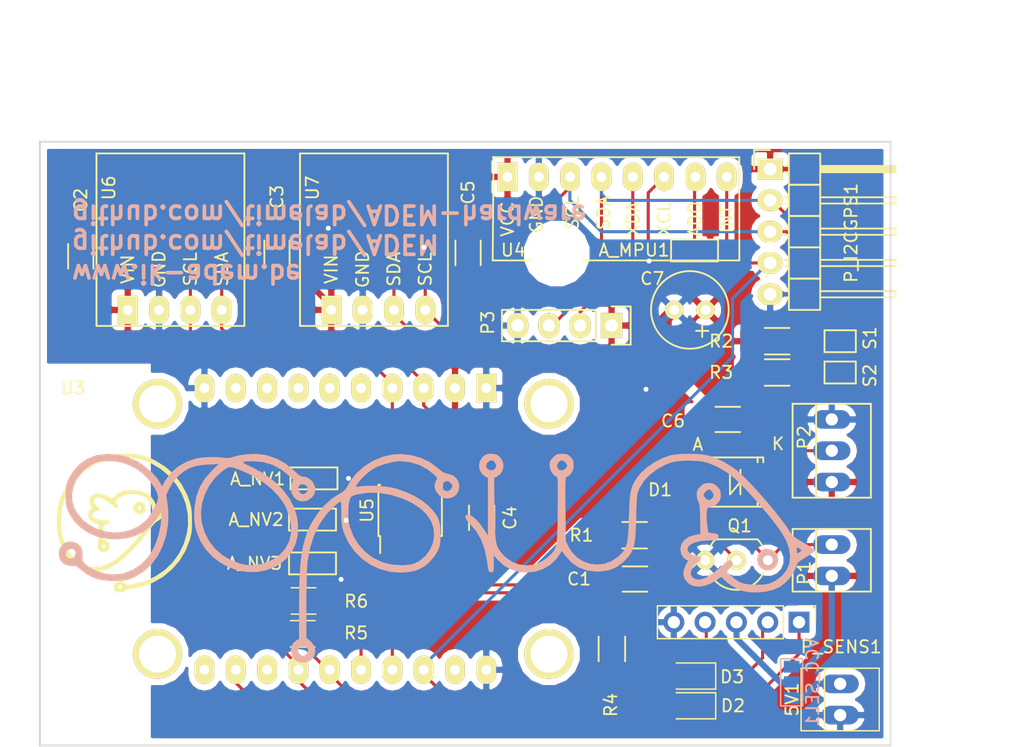
<source format=kicad_pcb>
(kicad_pcb (version 4) (host pcbnew 4.0.3-stable)
  (layers (0 F.Cu signal) (31 B.Cu signal) (34 B.Paste user) (35 F.Paste user) (36 B.SilkS user) (37 F.SilkS user hide) (38 B.Mask user) (39 F.Mask user) (44 Edge.Cuts user))
  (net 0 "")
  (net 1 VCC)
  (net 2 GND)
  (net 3 SCL)
  (net 4 SDA)
  (net 5 NEO_PXL)
  (net 6 "Net-(P3-Pad2)")
  (net 7 "Net-(Q1-Pad2)")
  (net 8 BUZZ)
  (net 9 A_SENSOR)
  (net 10 P10_SENS)
  (net 11 P25_SENS)
  (net 12 INT)
  (net 13 "Net-(P3-Pad3)")
  (net 14 "Net-(D1-Pad2)")
  (net 15 "Net-(U3-Pad5)")
  (net 16 "Net-(U3-Pad6)")
  (net 17 "Net-(U3-Pad7)")
  (net 18 "Net-(U3-Pad8)")
  (net 19 "Net-(U3-Pad9)")
  (net 20 "Net-(U3-Pad13)")
  (net 21 "Net-(U5-Pad7)")
  (net 22 "Net-(A_MPU1-Pad2)")
  (net 23 "Net-(A_NV1-Pad2)")
  (net 24 "Net-(A_NV2-Pad2)")
  (net 25 "Net-(A_NV3-Pad2)")
  (net 26 "Net-(R2-Pad2)")
  (net 27 "Net-(U3-Pad19)")
  (net 28 "Net-(U3-Pad11)")
  (net 29 "Net-(5V1-Pad2)")
  (net 30 "Net-(R3-Pad1)")
  (net 31 P25_SENS_SHFT)
  (net 32 P10_SENS_SHFT)
  (net 33 "Net-(P_SENS1-Pad3)")
  (module ADEM:ESP8266_THING (layer F.Cu) (at 196.723 125.73 180)
    (fp_text reference U3 (at 50.038 -1.27 180) (layer F.SilkS))
    (fp_text value ESP8266_THING)
    (pad "" np_thru_hole circle (at 43.18 -2.54 180) (size 4 4) (drill 3) (layers *.Cu *.Adhes *.Mask F.SilkS))
    (pad "" np_thru_hole circle (at 43.18 -22.86 180) (size 4 4) (drill 3) (layers *.Cu *.Adhes *.Mask F.SilkS))
    (pad "" np_thru_hole circle (at 11.43 -22.86 180) (size 4 4) (drill 3) (layers *.Cu *.Adhes *.Mask F.SilkS))
    (pad 1 thru_hole rect (at 16.51 -1.27 180) (size 1.6 2.3) (drill 0.8) (layers *.Cu *.Mask F.SilkS) (net 2 GND))
    (pad 2 thru_hole oval (at 19.05 -1.27 180) (size 1.6 2.3) (drill 0.8) (layers *.Cu *.Mask F.SilkS) (net 1 VCC))
    (pad 3 thru_hole oval (at 21.59 -1.27 180) (size 1.6 2.3) (drill 0.8) (layers *.Cu *.Mask F.SilkS) (net 4 SDA))
    (pad 4 thru_hole oval (at 24.13 -1.27 180) (size 1.6 2.3) (drill 0.8) (layers *.Cu *.Mask F.SilkS) (net 3 SCL))
    (pad 5 thru_hole oval (at 26.67 -1.27 180) (size 1.6 2.3) (drill 0.8) (layers *.Cu *.Mask F.SilkS) (net 15 "Net-(U3-Pad5)"))
    (pad 6 thru_hole oval (at 29.21 -1.27 180) (size 1.6 2.3) (drill 0.8) (layers *.Cu *.Mask F.SilkS) (net 16 "Net-(U3-Pad6)"))
    (pad 7 thru_hole oval (at 31.75 -1.27 180) (size 1.6 2.3) (drill 0.8) (layers *.Cu *.Mask F.SilkS) (net 17 "Net-(U3-Pad7)"))
    (pad 8 thru_hole oval (at 34.29 -1.27 180) (size 1.6 2.3) (drill 0.8) (layers *.Cu *.Mask F.SilkS) (net 18 "Net-(U3-Pad8)"))
    (pad 9 thru_hole oval (at 36.83 -1.27 180) (size 1.6 2.3) (drill 0.8) (layers *.Cu *.Mask F.SilkS) (net 19 "Net-(U3-Pad9)"))
    (pad 10 thru_hole oval (at 39.37 -1.27 180) (size 1.6 2.3) (drill 0.8) (layers *.Cu *.Mask F.SilkS) (net 2 GND))
    (pad 20 thru_hole oval (at 16.51 -24.13 180) (size 1.6 2.3) (drill 0.8) (layers *.Cu *.Mask F.SilkS) (net 2 GND))
    (pad 19 thru_hole oval (at 19.05 -24.13 180) (size 1.6 2.3) (drill 0.8) (layers *.Cu *.Mask F.SilkS) (net 27 "Net-(U3-Pad19)"))
    (pad 18 thru_hole oval (at 21.59 -24.13 180) (size 1.6 2.3) (drill 0.8) (layers *.Cu *.Mask F.SilkS) (net 12 INT))
    (pad 17 thru_hole oval (at 24.13 -24.13 180) (size 1.6 2.3) (drill 0.8) (layers *.Cu *.Mask F.SilkS) (net 5 NEO_PXL))
    (pad 16 thru_hole oval (at 26.67 -24.13 180) (size 1.6 2.3) (drill 0.8) (layers *.Cu *.Mask F.SilkS) (net 8 BUZZ))
    (pad 15 thru_hole oval (at 29.21 -24.13 180) (size 1.6 2.3) (drill 0.8) (layers *.Cu *.Mask F.SilkS) (net 31 P25_SENS_SHFT))
    (pad 14 thru_hole oval (at 31.75 -24.13 180) (size 1.6 2.3) (drill 0.8) (layers *.Cu *.Mask F.SilkS) (net 32 P10_SENS_SHFT))
    (pad 13 thru_hole oval (at 34.29 -24.13 180) (size 1.6 2.3) (drill 0.8) (layers *.Cu *.Mask F.SilkS) (net 20 "Net-(U3-Pad13)"))
    (pad 12 thru_hole oval (at 36.83 -24.13 180) (size 1.6 2.3) (drill 0.8) (layers *.Cu *.Mask F.SilkS) (net 9 A_SENSOR))
    (pad 11 thru_hole oval (at 39.37 -24.13 180) (size 1.6 2.3) (drill 0.8) (layers *.Cu *.Mask F.SilkS) (net 28 "Net-(U3-Pad11)"))
    (pad "" np_thru_hole circle (at 11.43 -2.54 180) (size 4 4) (drill 3) (layers *.Cu *.Adhes *.Mask F.SilkS))
  )
  (module Mounting_Holes:MountingHole_4.3mm_M4 (layer F.Cu) (at 185.928 116.078)
    (fp_text reference REF** (at 0 0.127) (layer F.SilkS))
    (fp_text value MountingHole_4.3mm_M4)
    (pad 1 np_thru_hole circle (at 0 0) (size 4.3 4.3) (drill 4.3) (layers *.Cu *.Mask F.SilkS))
  )
  (module ADEM:HTU21D (layer F.Cu) (at 165.1 121.92 270)
    (fp_text reference U7 (at -11.176 -1.016 270) (layer F.SilkS))
    (fp_text value HTU21D)
    (fp_text user VIN (at -4.572 -2.54 270) (layer F.SilkS))
    (fp_text user GND (at -4.572 -5.08 270) (layer F.SilkS))
    (fp_text user SDA (at -4.572 -7.62 270) (layer F.SilkS))
    (fp_text user SCL (at -4.572 -10.16 270) (layer F.SilkS))
    (pad 1 thru_hole rect (at -1.27 -2.54 270) (size 2.3 1.6) (drill 0.8) (layers *.Cu *.Mask F.SilkS) (net 1 VCC))
    (pad 2 thru_hole oval (at -1.27 -5.08 270) (size 2.3 1.6) (drill 0.8) (layers *.Cu *.Mask F.SilkS) (net 2 GND))
    (pad 3 thru_hole oval (at -1.27 -7.62 270) (size 2.3 1.6) (drill 0.8) (layers *.Cu *.Mask F.SilkS) (net 4 SDA))
    (pad 4 thru_hole oval (at -1.27 -10.16 270) (size 2.3 1.6) (drill 0.8) (layers *.Cu *.Mask F.SilkS) (net 3 SCL))
  )
  (module Resistors_SMD:R_1206_HandSoldering (layer F.Cu) (at 203.803 125.73 180)
    (fp_text reference R3 (at 4.54 0 180) (layer F.SilkS))
    (fp_text value R)
    (pad 1 smd rect (at -2 0 180) (size 2 1.7) (layers F.Cu F.Paste F.Mask) (net 30 "Net-(R3-Pad1)"))
    (pad 2 smd rect (at 2 0 180) (size 2 1.7) (layers F.Cu F.Paste F.Mask) (net 1 VCC))
  )
  (module Capacitors_SMD:C_1206_HandSoldering (layer F.Cu) (at 192.278 142.494)
    (fp_text reference C1 (at -4.54 0) (layer F.SilkS))
    (fp_text value C)
    (pad 1 smd rect (at -2 0) (size 2 1.6) (layers F.Cu F.Paste F.Mask) (net 1 VCC))
    (pad 2 smd rect (at 2 0) (size 2 1.6) (layers F.Cu F.Paste F.Mask) (net 2 GND))
  )
  (module Capacitors_SMD:C_1206_HandSoldering (layer F.Cu) (at 147.32 116.3 90)
    (fp_text reference C2 (at 4.572 0 90) (layer F.SilkS))
    (fp_text value C)
    (pad 1 smd rect (at -2 0 90) (size 2 1.6) (layers F.Cu F.Paste F.Mask) (net 1 VCC))
    (pad 2 smd rect (at 2 0 90) (size 2 1.6) (layers F.Cu F.Paste F.Mask) (net 2 GND))
  )
  (module Capacitors_SMD:C_1206_HandSoldering (layer F.Cu) (at 163.233 116.02 90)
    (fp_text reference C3 (at 4.54 0 90) (layer F.SilkS))
    (fp_text value C)
    (pad 1 smd rect (at -2 0 90) (size 2 1.6) (layers F.Cu F.Paste F.Mask) (net 1 VCC))
    (pad 2 smd rect (at 2 0 90) (size 2 1.6) (layers F.Cu F.Paste F.Mask) (net 2 GND))
  )
  (module Capacitors_SMD:C_1206_HandSoldering (layer F.Cu) (at 179.835454 137.524756 270)
    (fp_text reference C4 (at 0 -2.3 270) (layer F.SilkS))
    (fp_text value C)
    (pad 1 smd rect (at -2 0 270) (size 2 1.6) (layers F.Cu F.Paste F.Mask) (net 1 VCC))
    (pad 2 smd rect (at 2 0 270) (size 2 1.6) (layers F.Cu F.Paste F.Mask) (net 2 GND))
  )
  (module Capacitors_SMD:C_1206_HandSoldering (layer F.Cu) (at 178.733 116.02 270)
    (fp_text reference C5 (at -4.895 0 270) (layer F.SilkS))
    (fp_text value C)
    (pad 1 smd rect (at -2 0 270) (size 2 1.6) (layers F.Cu F.Paste F.Mask) (net 1 VCC))
    (pad 2 smd rect (at 2 0 270) (size 2 1.6) (layers F.Cu F.Paste F.Mask) (net 2 GND))
  )
  (module Capacitors_SMD:C_1206_HandSoldering (layer F.Cu) (at 199.803 129.54 180)
    (fp_text reference C6 (at 4.445 -0.127 180) (layer F.SilkS))
    (fp_text value C)
    (pad 1 smd rect (at -2 0 180) (size 2 1.6) (layers F.Cu F.Paste F.Mask) (net 1 VCC))
    (pad 2 smd rect (at 2 0 180) (size 2 1.6) (layers F.Cu F.Paste F.Mask) (net 2 GND))
  )
  (module Diodes_SMD:SMB_Handsoldering (layer F.Cu) (at 200.37298 134.62 180)
    (fp_text reference D1 (at 6.06298 -0.635 180) (layer F.SilkS))
    (fp_text value DIODE)
    (fp_text user K (at -3.5 3.1 180) (layer F.SilkS))
    (fp_text user A (at 3 3.05 180) (layer F.SilkS))
    (pad 1 smd rect (at -2.70002 0 180) (size 3.50012 2.30124) (layers F.Cu F.Paste F.Mask) (net 1 VCC))
    (pad 2 smd rect (at 2.70002 0 180) (size 3.50012 2.30124) (layers F.Cu F.Paste F.Mask) (net 14 "Net-(D1-Pad2)"))
  )
  (module Connect:PINHEAD1-2 (layer F.Cu) (at 208.233 140.97 90)
    (fp_text reference P1 (at -1.03 -2.233 90) (layer F.SilkS))
    (fp_text value CONN_buzz)
    (pad 1 thru_hole oval (at -1.27 0 90) (size 1.50622 3.01498) (drill 0.99822) (layers *.Cu *.Mask) (net 1 VCC))
    (pad 2 thru_hole oval (at 1.27 0 90) (size 1.50622 3.01498) (drill 0.99822) (layers *.Cu *.Mask) (net 14 "Net-(D1-Pad2)"))
  )
  (module TO_SOT_Packages_THT:TO-92_Inline_Wide (layer F.Cu) (at 203.0476 140.97 180)
    (fp_text reference Q1 (at 2.286 2.794 360) (layer F.SilkS))
    (fp_text value NPN)
    (pad 2 thru_hole circle (at 2.54 0 270) (size 1.524 1.524) (drill 0.8) (layers *.Cu *.Mask F.SilkS) (net 7 "Net-(Q1-Pad2)"))
    (pad 3 thru_hole circle (at 5.08 0 270) (size 1.524 1.524) (drill 0.8) (layers *.Cu *.Mask F.SilkS) (net 2 GND))
    (pad 1 thru_hole circle (at 0 0 270) (size 1.524 1.524) (drill 0.8) (layers *.Cu *.Mask F.SilkS) (net 14 "Net-(D1-Pad2)"))
  )
  (module Resistors_SMD:R_1206_HandSoldering (layer F.Cu) (at 192.246 138.938)
    (fp_text reference R1 (at -4.318 0 180) (layer F.SilkS))
    (fp_text value R)
    (pad 1 smd rect (at -2 0) (size 2 1.7) (layers F.Cu F.Paste F.Mask) (net 8 BUZZ))
    (pad 2 smd rect (at 2 0) (size 2 1.7) (layers F.Cu F.Paste F.Mask) (net 7 "Net-(Q1-Pad2)"))
  )
  (module Resistors_SMD:R_1206_HandSoldering (layer F.Cu) (at 203.803 123.19)
    (fp_text reference R2 (at -4.54 0) (layer F.SilkS))
    (fp_text value R)
    (pad 1 smd rect (at -2 0) (size 2 1.7) (layers F.Cu F.Paste F.Mask) (net 1 VCC))
    (pad 2 smd rect (at 2 0) (size 2 1.7) (layers F.Cu F.Paste F.Mask) (net 26 "Net-(R2-Pad2)"))
  )
  (module Housings_SOIC:SOIC-8_3.9x4.9mm_Pitch1.27mm (layer F.Cu) (at 174.035454 136.924756 90)
    (fp_text reference U5 (at 0 -3.5 90) (layer F.SilkS))
    (fp_text value NVSRAM)
    (pad 1 smd rect (at -2.7 -1.905 90) (size 1.55 0.6) (layers F.Cu F.Paste F.Mask) (net 23 "Net-(A_NV1-Pad2)"))
    (pad 2 smd rect (at -2.7 -0.635 90) (size 1.55 0.6) (layers F.Cu F.Paste F.Mask) (net 24 "Net-(A_NV2-Pad2)"))
    (pad 3 smd rect (at -2.7 0.635 90) (size 1.55 0.6) (layers F.Cu F.Paste F.Mask) (net 25 "Net-(A_NV3-Pad2)"))
    (pad 4 smd rect (at -2.7 1.905 90) (size 1.55 0.6) (layers F.Cu F.Paste F.Mask) (net 2 GND))
    (pad 5 smd rect (at 2.7 1.905 90) (size 1.55 0.6) (layers F.Cu F.Paste F.Mask) (net 4 SDA))
    (pad 6 smd rect (at 2.7 0.635 90) (size 1.55 0.6) (layers F.Cu F.Paste F.Mask) (net 3 SCL))
    (pad 7 smd rect (at 2.7 -0.635 90) (size 1.55 0.6) (layers F.Cu F.Paste F.Mask) (net 21 "Net-(U5-Pad7)"))
    (pad 8 smd rect (at 2.7 -1.905 90) (size 1.55 0.6) (layers F.Cu F.Paste F.Mask) (net 1 VCC))
  )
  (module ADEM:BMP180 (layer F.Cu) (at 148.59 121.92 270)
    (fp_text reference U6 (at -11.176 -1.016 270) (layer F.SilkS))
    (fp_text value BMP180)
    (fp_text user VIN (at -4.572 -2.54 270) (layer F.SilkS))
    (fp_text user GND (at -4.572 -5.08 270) (layer F.SilkS))
    (fp_text user SCL (at -4.572 -7.62 270) (layer F.SilkS))
    (fp_text user SDA (at -4.572 -10.16 270) (layer F.SilkS))
    (pad 1 thru_hole rect (at -1.27 -2.54 270) (size 2.3 1.6) (drill 0.8) (layers *.Cu *.Mask F.SilkS) (net 1 VCC))
    (pad 2 thru_hole oval (at -1.27 -5.08 270) (size 2.3 1.6) (drill 0.8) (layers *.Cu *.Mask F.SilkS) (net 2 GND))
    (pad 3 thru_hole oval (at -1.27 -7.62 270) (size 2.3 1.6) (drill 0.8) (layers *.Cu *.Mask F.SilkS) (net 3 SCL))
    (pad 4 thru_hole oval (at -1.27 -10.16 270) (size 2.3 1.6) (drill 0.8) (layers *.Cu *.Mask F.SilkS) (net 4 SDA))
  )
  (module Connect:PINHEAD1-3 (layer F.Cu) (at 208.233 132.08 90)
    (fp_text reference P2 (at 1.08 -2.233 90) (layer F.SilkS))
    (fp_text value CONN_01X03)
    (pad 1 thru_hole oval (at -2.54 0 90) (size 1.50622 3.01498) (drill 0.99822) (layers *.Cu *.Mask) (net 1 VCC))
    (pad 2 thru_hole oval (at 0 0 90) (size 1.50622 3.01498) (drill 0.99822) (layers *.Cu *.Mask) (net 5 NEO_PXL))
    (pad 3 thru_hole oval (at 2.54 0 90) (size 1.50622 3.01498) (drill 0.99822) (layers *.Cu *.Mask) (net 2 GND))
  )
  (module Pin_Headers:Pin_Header_Straight_1x04 (layer F.Cu) (at 190.373 121.92 270)
    (fp_text reference P3 (at -0.235 10.033 270) (layer F.SilkS))
    (fp_text value CONN_01X04)
    (pad 1 thru_hole rect (at 0 0 270) (size 2.032 1.7272) (drill 1.016) (layers *.Cu *.Mask F.SilkS) (net 1 VCC))
    (pad 2 thru_hole oval (at 0 2.54 270) (size 2.032 1.7272) (drill 1.016) (layers *.Cu *.Mask F.SilkS) (net 6 "Net-(P3-Pad2)"))
    (pad 3 thru_hole oval (at 0 5.08 270) (size 2.032 1.7272) (drill 1.016) (layers *.Cu *.Mask F.SilkS) (net 13 "Net-(P3-Pad3)"))
    (pad 4 thru_hole oval (at 0 7.62 270) (size 2.032 1.7272) (drill 1.016) (layers *.Cu *.Mask F.SilkS) (net 2 GND))
  )
  (module Capacitors_Elko_ThroughHole:Elko_vert_11.2x6.3mm_RM2.5 (layer F.Cu) (at 197.993 120.65 180)
    (fp_text reference C7 (at 4.318 2.54 180) (layer F.SilkS))
    (fp_text value CP)
    (fp_line (start 0.26924 -1.69926) (end 0.76962 -1.69926) (layer F.Cu) (width 0.15))
    (fp_line (start 0.26924 -1.69926) (end 0.26924 -2.19964) (layer F.Cu) (width 0.15))
    (fp_line (start -0.23114 -1.69926) (end 0.26924 -1.69926) (layer F.Cu) (width 0.15))
    (fp_line (start 0.26924 -1.69926) (end 0.26924 -1.30048) (layer F.Cu) (width 0.15))
    (fp_line (start 0.26924 -1.30048) (end 0.26924 -1.19888) (layer F.Cu) (width 0.15))
    (pad 2 thru_hole circle (at 2.54 0 180) (size 1.50114 1.50114) (drill 0.8001) (layers *.Cu *.Mask F.SilkS) (net 2 GND))
    (pad 1 thru_hole circle (at 0 0 180) (size 1.50114 1.50114) (drill 0.8001) (layers *.Cu *.Mask F.SilkS) (net 1 VCC))
  )
  (module Resistors_SMD:R_1206_HandSoldering (layer F.Cu) (at 190.3984 148.1648 270)
    (fp_text reference R4 (at 4.5527 0.0889 270) (layer F.SilkS))
    (fp_text value R)
    (pad 1 smd rect (at -2 0 270) (size 2 1.7) (layers F.Cu F.Paste F.Mask) (net 1 VCC))
    (pad 2 smd rect (at 2 0 270) (size 2 1.7) (layers F.Cu F.Paste F.Mask) (net 12 INT))
  )
  (module Connect:GS2 (layer F.Cu) (at 208.915 125.73 270)
    (fp_text reference S2 (at 0.254 -2.413 270) (layer F.SilkS))
    (fp_text value S2)
    (pad 1 smd rect (at 0 -0.635 270) (size 1.27 0.9652) (layers F.Cu F.Paste F.Mask) (net 4 SDA))
    (pad 2 smd rect (at 0 0.635 270) (size 1.27 0.9652) (layers F.Cu F.Paste F.Mask) (net 30 "Net-(R3-Pad1)"))
  )
  (module Pin_Headers:Pin_Header_Angled_1x05 (layer F.Cu) (at 203.233 109.22)
    (fp_text reference P_I2CGPS1 (at 6.567 5.18 270) (layer F.SilkS))
    (fp_text value CONN_01X05)
    (pad 1 thru_hole rect (at 0 0) (size 2.032 1.7272) (drill 1.016) (layers *.Cu *.Mask F.SilkS) (net 1 VCC))
    (pad 2 thru_hole oval (at 0 2.54) (size 2.032 1.7272) (drill 1.016) (layers *.Cu *.Mask F.SilkS) (net 4 SDA))
    (pad 3 thru_hole oval (at 0 5.08) (size 2.032 1.7272) (drill 1.016) (layers *.Cu *.Mask F.SilkS) (net 3 SCL))
    (pad 4 thru_hole oval (at 0 7.62) (size 2.032 1.7272) (drill 1.016) (layers *.Cu *.Mask F.SilkS) (net 12 INT))
    (pad 5 thru_hole oval (at 0 10.16) (size 2.032 1.7272) (drill 1.016) (layers *.Cu *.Mask F.SilkS) (net 2 GND))
  )
  (module Connect:GS3 (layer F.Cu) (at 197.104 115.824 270)
    (fp_text reference A_MPU1 (at -0.024 4.904 360) (layer F.SilkS))
    (fp_text value GS_A0)
    (pad 1 smd rect (at 0 -1.27 270) (size 1.27 0.9652) (layers F.Cu F.Paste F.Mask) (net 1 VCC))
    (pad 2 smd rect (at 0 0 270) (size 1.27 0.9652) (layers F.Cu F.Paste F.Mask) (net 22 "Net-(A_MPU1-Pad2)"))
    (pad 3 smd rect (at 0 1.27 270) (size 1.27 0.9652) (layers F.Cu F.Paste F.Mask) (net 2 GND))
  )
  (module Connect:GS3 (layer F.Cu) (at 166.235454 134.324756 90)
    (fp_text reference A_NV1 (at -0.041244 -4.564454 180) (layer F.SilkS))
    (fp_text value GS_A0)
    (pad 1 smd rect (at 0 -1.27 90) (size 1.27 0.9652) (layers F.Cu F.Paste F.Mask) (net 1 VCC))
    (pad 2 smd rect (at 0 0 90) (size 1.27 0.9652) (layers F.Cu F.Paste F.Mask) (net 23 "Net-(A_NV1-Pad2)"))
    (pad 3 smd rect (at 0 1.27 90) (size 1.27 0.9652) (layers F.Cu F.Paste F.Mask) (net 2 GND))
  )
  (module Connect:GS3 (layer F.Cu) (at 166.116 137.668 90)
    (fp_text reference A_NV2 (at 0 -4.572 180) (layer F.SilkS))
    (fp_text value GS_A1)
    (pad 1 smd rect (at 0 -1.27 90) (size 1.27 0.9652) (layers F.Cu F.Paste F.Mask) (net 1 VCC))
    (pad 2 smd rect (at 0 0 90) (size 1.27 0.9652) (layers F.Cu F.Paste F.Mask) (net 24 "Net-(A_NV2-Pad2)"))
    (pad 3 smd rect (at 0 1.27 90) (size 1.27 0.9652) (layers F.Cu F.Paste F.Mask) (net 2 GND))
  )
  (module Connect:GS3 (layer F.Cu) (at 166.116 141.224 90)
    (fp_text reference A_NV3 (at 0 -4.699 180) (layer F.SilkS))
    (fp_text value GS_A2)
    (pad 1 smd rect (at 0 -1.27 90) (size 1.27 0.9652) (layers F.Cu F.Paste F.Mask) (net 1 VCC))
    (pad 2 smd rect (at 0 0 90) (size 1.27 0.9652) (layers F.Cu F.Paste F.Mask) (net 25 "Net-(A_NV3-Pad2)"))
    (pad 3 smd rect (at 0 1.27 90) (size 1.27 0.9652) (layers F.Cu F.Paste F.Mask) (net 2 GND))
  )
  (module Connect:GS2 (layer F.Cu) (at 208.915 123.19 90)
    (fp_text reference S1 (at 0.254 2.413 270) (layer F.SilkS))
    (fp_text value S1)
    (pad 1 smd rect (at 0 -0.635 90) (size 1.27 0.9652) (layers F.Cu F.Paste F.Mask) (net 26 "Net-(R2-Pad2)"))
    (pad 2 smd rect (at 0 0.635 90) (size 1.27 0.9652) (layers F.Cu F.Paste F.Mask) (net 3 SCL))
  )
  (module ADEM:MPU6050_angled (layer F.Cu) (at 200.733 111.555 90)
    (fp_text reference U4 (at -4.245 -18.333 180) (layer F.SilkS))
    (fp_text value MPU6050)
    (fp_text user INT (at -1.723 -1 90) (layer F.SilkS))
    (fp_text user ADO (at -1.723 -3.6 90) (layer F.SilkS))
    (fp_text user XCL (at -1.723 -6.1 90) (layer F.SilkS))
    (fp_text user XDA (at -1.723 -8.6 90) (layer F.SilkS))
    (fp_text user SDA (at -1.221 -10.995 90) (layer F.SilkS))
    (fp_text user SCL (at -1.221 -13.535 90) (layer F.SilkS))
    (fp_text user GND (at -1.348 -16.456 90) (layer F.SilkS))
    (fp_text user VCC (at -1.723 -18.8 90) (layer F.SilkS))
    (pad 1 thru_hole rect (at 1.7 -18.8 90) (size 2.3 1.6) (drill 0.8) (layers *.Cu *.Mask F.SilkS) (net 1 VCC))
    (pad 2 thru_hole oval (at 1.7 -16.26 90) (size 2.3 1.6) (drill 0.8) (layers *.Cu *.Mask F.SilkS) (net 2 GND))
    (pad 3 thru_hole oval (at 1.7 -13.72 90) (size 2.3 1.6) (drill 0.8) (layers *.Cu *.Mask F.SilkS) (net 3 SCL))
    (pad 4 thru_hole oval (at 1.7 -11.18 90) (size 2.3 1.6) (drill 0.8) (layers *.Cu *.Mask F.SilkS) (net 4 SDA))
    (pad 5 thru_hole oval (at 1.7 -8.64 90) (size 2.3 1.6) (drill 0.8) (layers *.Cu *.Mask F.SilkS) (net 13 "Net-(P3-Pad3)"))
    (pad 6 thru_hole oval (at 1.7 -6.1 90) (size 2.3 1.6) (drill 0.8) (layers *.Cu *.Mask F.SilkS) (net 6 "Net-(P3-Pad2)"))
    (pad 7 thru_hole oval (at 1.7 -3.56 90) (size 2.3 1.6) (drill 0.8) (layers *.Cu *.Mask F.SilkS) (net 22 "Net-(A_MPU1-Pad2)"))
    (pad 8 thru_hole oval (at 1.7 -1.02 90) (size 2.3 1.6) (drill 0.8) (layers *.Cu *.Mask F.SilkS) (net 12 INT))
  )
  (module Adem_Kicad_logos:adem_logo (layer F.Cu) (at 150.8 137.9)
    (fp_text reference "" hide)
    (fp_text value "" hide)
  )
  (module Adem_Kicad_logos:adem_logo-txt_17_B_silk (layer F.Cu) (at 176.2 140.8)
    (fp_text reference "" hide)
    (fp_text value "" hide)
  )
  (module Connect:PINHEAD1-2 (layer F.Cu) (at 208.915 153.54 90)
    (fp_text reference 5V1 (at 1.27 -3.9 90) (layer F.SilkS))
    (fp_text value 5V)
    (pad 1 thru_hole oval (at 0 0 90) (size 1.51 3.01) (drill 1) (layers *.Cu *.Mask) (net 2 GND))
    (pad 2 thru_hole oval (at 2.54 0 90) (size 1.51 3.01) (drill 1) (layers *.Cu *.Mask) (net 29 "Net-(5V1-Pad2)"))
  )
  (module Diodes_SMD:D_1206 (layer F.Cu) (at 196.62 152.781 180)
    (fp_text reference D2 (at -3.5955 0 180) (layer F.SilkS))
    (fp_text value 1V8)
    (pad 1 smd rect (at -1.5 0 180) (size 1 1.6) (layers F.Cu F.Paste F.Mask) (net 10 P10_SENS))
    (pad 2 smd rect (at 1.5 0 180) (size 1 1.6) (layers F.Cu F.Paste F.Mask) (net 32 P10_SENS_SHFT))
  )
  (module Diodes_SMD:D_1206 (layer F.Cu) (at 196.62 150.368 180)
    (fp_text reference D3 (at -3.532 -0.0635 180) (layer F.SilkS))
    (fp_text value 1V8)
    (pad 1 smd rect (at -1.5 0 180) (size 1 1.6) (layers F.Cu F.Paste F.Mask) (net 11 P25_SENS))
    (pad 2 smd rect (at 1.5 0 180) (size 1 1.6) (layers F.Cu F.Paste F.Mask) (net 31 P25_SENS_SHFT))
  )
  (module Resistors_SMD:R_1206_HandSoldering (layer F.Cu) (at 165.3225 146.939)
    (fp_text reference R5 (at 4.3292 -0.0604) (layer F.SilkS))
    (fp_text value 10K)
    (pad 1 smd rect (at -2 0) (size 2 1.7) (layers F.Cu F.Paste F.Mask) (net 32 P10_SENS_SHFT))
    (pad 2 smd rect (at 2 0) (size 2 1.7) (layers F.Cu F.Paste F.Mask) (net 2 GND))
  )
  (module Resistors_SMD:R_1206_HandSoldering (layer F.Cu) (at 165.386 144.272)
    (fp_text reference R6 (at 4.2784 0.0304) (layer F.SilkS))
    (fp_text value 10K)
    (pad 1 smd rect (at -2 0) (size 2 1.7) (layers F.Cu F.Paste F.Mask) (net 31 P25_SENS_SHFT))
    (pad 2 smd rect (at 2 0) (size 2 1.7) (layers F.Cu F.Paste F.Mask) (net 2 GND))
  )
  (module Pin_Headers:Pin_Header_Straight_1x05_Pitch2.54mm (layer F.Cu) (at 205.58 146 270)
    (fp_text reference P_SENS1 (at 2 -3.42 360) (layer F.SilkS))
    (fp_text value CONN_01X05)
    (pad 1 thru_hole rect (at 0 0 270) (size 1.7 1.7) (drill 1) (layers *.Cu *.Mask) (net 9 A_SENSOR))
    (pad 2 thru_hole oval (at 0 2.54 270) (size 1.7 1.7) (drill 1) (layers *.Cu *.Mask) (net 10 P10_SENS))
    (pad 3 thru_hole oval (at 0 5.08 270) (size 1.7 1.7) (drill 1) (layers *.Cu *.Mask) (net 33 "Net-(P_SENS1-Pad3)"))
    (pad 4 thru_hole oval (at 0 7.62 270) (size 1.7 1.7) (drill 1) (layers *.Cu *.Mask) (net 11 P25_SENS))
    (pad 5 thru_hole oval (at 0 10.16 270) (size 1.7 1.7) (drill 1) (layers *.Cu *.Mask) (net 2 GND))
  )
  (module Connect:GS3 (layer B.Cu) (at 204.978 150.876 180)
    (fp_text reference VCC_SEL1 (at -1.7 0 450) (layer B.SilkS) (effects (justify mirror)))
    (fp_text value GS_VCC)
    (pad 1 smd rect (at 0 1.27 180) (size 1.27 0.97) (layers B.Cu B.Paste B.Mask) (net 1 VCC))
    (pad 2 smd rect (at 0 0 180) (size 1.27 0.97) (layers B.Cu B.Paste B.Mask) (net 33 "Net-(P_SENS1-Pad3)"))
    (pad 3 smd rect (at 0 -1.27 180) (size 1.27 0.97) (layers B.Cu B.Paste B.Mask) (net 29 "Net-(5V1-Pad2)"))
  )
  (gr_text "www.ik-adem.be\ngithub.com/timelab/ADEM\ngithub.com/timelab/ADEM-hardware\n" (at 146.431 115.316 180) (layer B.SilkS) (effects (font (size 1.5 1.5) (thickness 0.3)) (justify left mirror)))
  (gr_line (start 144 156) (end 144 107) (layer Edge.Cuts) (width 0.15))
  (gr_line (start 213 156) (end 144 156) (layer Edge.Cuts) (width 0.15))
  (gr_line (start 213 107) (end 213 156) (layer Edge.Cuts) (width 0.15))
  (gr_line (start 144 107) (end 213 107) (layer Edge.Cuts) (width 0.15))
  (segment (start 208.233 147.598165) (end 206.225165 149.606) (width 0.5) (layer B.Cu) (net 1))
  (segment (start 206.225165 149.606) (end 204.978 149.606) (width 0.5) (layer B.Cu) (net 1))
  (segment (start 164.965454 139.2555) (end 164.965454 141.024005) (width 0.5) (layer F.Cu) (net 1))
  (segment (start 164.965454 141.024005) (end 164.643305 141.346154) (width 0.5) (layer F.Cu) (net 1))
  (segment (start 164.643305 141.346154) (end 162.998902 141.346154) (width 0.5) (layer F.Cu) (net 1))
  (segment (start 162.998902 141.346154) (end 159.501556 144.8435) (width 0.5) (layer F.Cu) (net 1))
  (segment (start 159.501556 144.8435) (end 158.242 144.8435) (width 0.5) (layer F.Cu) (net 1))
  (segment (start 164.965454 139.2555) (end 164.965454 137.724756) (width 0.5) (layer F.Cu) (net 1))
  (segment (start 164.965454 141.324756) (end 164.965454 139.2555) (width 0.5) (layer F.Cu) (net 1))
  (segment (start 208.233 147.598165) (end 208.233 142.24) (width 0.5) (layer B.Cu) (net 1))
  (segment (start 177.673 127) (end 177.673 133.162302) (width 0.5) (layer F.Cu) (net 1))
  (segment (start 177.673 133.162302) (end 179.835454 135.324756) (width 0.5) (layer F.Cu) (net 1))
  (segment (start 179.835454 135.324756) (end 179.835454 135.524756) (width 0.5) (layer F.Cu) (net 1))
  (segment (start 151.13 120.65) (end 147.45 120.65) (width 0.5) (layer F.Cu) (net 1))
  (segment (start 147.45 120.65) (end 147.32 120.52) (width 0.5) (layer F.Cu) (net 1))
  (segment (start 163.233 118.02) (end 165.36 118.02) (width 0.5) (layer F.Cu) (net 1))
  (segment (start 165.36 118.02) (end 167.64 120.3) (width 0.5) (layer F.Cu) (net 1))
  (segment (start 167.64 120.3) (end 167.64 120.65) (width 0.5) (layer F.Cu) (net 1))
  (segment (start 151 120.52) (end 151.13 120.65) (width 0.5) (layer F.Cu) (net 1))
  (segment (start 193.6306 118.11) (end 195.453 118.11) (width 0.5) (layer F.Cu) (net 1))
  (segment (start 195.453 118.11) (end 197.993 120.65) (width 0.5) (layer F.Cu) (net 1))
  (segment (start 190.373 121.52) (end 190.373 121.3676) (width 0.5) (layer F.Cu) (net 1))
  (segment (start 203.073 134.62) (end 208.233 134.62) (width 0.5) (layer F.Cu) (net 1))
  (segment (start 172.130454 133.419756) (end 172.130454 134.224756) (width 0.5) (layer F.Cu) (net 1))
  (segment (start 179.835454 135.524756) (end 178.535454 135.524756) (width 0.5) (layer F.Cu) (net 1))
  (segment (start 178.535454 135.524756) (end 177.813454 136.246756) (width 0.5) (layer F.Cu) (net 1))
  (segment (start 177.813454 136.246756) (end 173.247454 136.246756) (width 0.5) (layer F.Cu) (net 1))
  (segment (start 172.130454 135.129756) (end 172.130454 134.224756) (width 0.5) (layer F.Cu) (net 1))
  (segment (start 173.247454 136.246756) (end 172.130454 135.129756) (width 0.5) (layer F.Cu) (net 1))
  (segment (start 179.835454 135.724756) (end 179.835454 135.524756) (width 0.25) (layer F.Cu) (net 1))
  (segment (start 180.035454 135.524756) (end 179.996897 135.524756) (width 0.25) (layer F.Cu) (net 1))
  (segment (start 179.996897 135.524756) (end 179.559354 135.087213) (width 0.25) (layer F.Cu) (net 1))
  (segment (start 171.147454 132.436756) (end 172.130454 133.419756) (width 0.5) (layer F.Cu) (net 1))
  (segment (start 165.788454 132.436756) (end 171.147454 132.436756) (width 0.5) (layer F.Cu) (net 1))
  (segment (start 165.035454 133.189756) (end 165.788454 132.436756) (width 0.5) (layer F.Cu) (net 1))
  (segment (start 164.965454 137.724756) (end 164.965454 134.394756) (width 0.5) (layer F.Cu) (net 1))
  (segment (start 164.965454 134.394756) (end 165.035454 134.324756) (width 0.5) (layer F.Cu) (net 1))
  (segment (start 165.035454 134.324756) (end 165.035454 133.189756) (width 0.5) (layer F.Cu) (net 1))
  (segment (start 164.965454 137.724756) (end 165.035454 137.654756) (width 0.25) (layer F.Cu) (net 1))
  (segment (start 167.386 144.272) (end 167.386 143.57421) (width 0.5) (layer F.Cu) (net 2))
  (segment (start 167.386 143.57421) (end 168.435454 142.524756) (width 0.5) (layer F.Cu) (net 2))
  (segment (start 167.3225 146.939) (end 167.3225 144.3355) (width 0.5) (layer F.Cu) (net 2))
  (segment (start 167.3225 144.3355) (end 167.386 144.272) (width 0.5) (layer F.Cu) (net 2))
  (segment (start 168.402 142.55821) (end 168.435454 142.524756) (width 0.5) (layer F.Cu) (net 2))
  (segment (start 197.9676 140.97) (end 195.261842 140.97) (width 0.5) (layer F.Cu) (net 2))
  (segment (start 195.261842 140.97) (end 194.278 141.953842) (width 0.5) (layer F.Cu) (net 2))
  (segment (start 194.278 141.953842) (end 194.278 142.494) (width 0.5) (layer F.Cu) (net 2))
  (segment (start 195.453 120.65) (end 194.751444 121.351556) (width 1) (layer F.Cu) (net 2))
  (segment (start 194.751444 121.351556) (end 194.751444 124.426125) (width 1) (layer F.Cu) (net 2))
  (segment (start 194.751444 124.426125) (end 193.468044 125.709525) (width 1) (layer F.Cu) (net 2))
  (segment (start 193.468044 125.709525) (end 193.468044 126.793892) (width 1) (layer F.Cu) (net 2))
  (segment (start 193.468044 126.793892) (end 193.168045 127.093891) (width 1) (layer F.Cu) (net 2))
  (via (at 193.168045 127.093891) (size 0.6) (drill 0.4) (layers F.Cu B.Cu) (net 2))
  (segment (start 147.033 114.935366) (end 147.335484 114.632882) (width 0.5) (layer F.Cu) (net 2))
  (segment (start 147.335484 114.632882) (end 150.065882 114.632882) (width 0.5) (layer F.Cu) (net 2))
  (segment (start 150.065882 114.632882) (end 153.67 118.237) (width 0.5) (layer F.Cu) (net 2))
  (segment (start 153.67 118.237) (end 153.67 120.65) (width 0.5) (layer F.Cu) (net 2))
  (segment (start 175.990809 139.574401) (end 179.785809 139.574401) (width 0.5) (layer F.Cu) (net 2))
  (segment (start 179.785809 139.574401) (end 179.835454 139.524756) (width 1) (layer F.Cu) (net 2))
  (segment (start 197.603 129.54) (end 197.803 129.54) (width 0.5) (layer F.Cu) (net 2))
  (segment (start 167.505454 134.324756) (end 169.035454 134.324756) (width 0.5) (layer F.Cu) (net 2))
  (via (at 169.035454 134.324756) (size 0.6) (drill 0.4) (layers F.Cu B.Cu) (net 2))
  (segment (start 167.505454 137.724756) (end 168.835454 137.724756) (width 0.5) (layer F.Cu) (net 2))
  (via (at 168.835454 137.724756) (size 0.6) (drill 0.4) (layers F.Cu B.Cu) (net 2))
  (segment (start 167.505454 141.324756) (end 167.505454 141.594756) (width 0.25) (layer F.Cu) (net 2))
  (segment (start 167.505454 141.594756) (end 168.435454 142.524756) (width 0.5) (layer F.Cu) (net 2))
  (via (at 168.435454 142.524756) (size 0.6) (drill 0.4) (layers F.Cu B.Cu) (net 2))
  (segment (start 194.270357 115.824) (end 193.711115 116.383242) (width 0.5) (layer F.Cu) (net 2))
  (segment (start 195.834 115.824) (end 194.270357 115.824) (width 0.5) (layer F.Cu) (net 2))
  (segment (start 193.711115 116.383242) (end 193.411116 116.683241) (width 0.5) (layer F.Cu) (net 2))
  (via (at 193.411116 116.683241) (size 0.6) (drill 0.4) (layers F.Cu B.Cu) (net 2))
  (via (at 167.39166 114.02) (size 0.6) (drill 0.4) (layers F.Cu B.Cu) (net 2))
  (segment (start 163.233 114.02) (end 167.39166 114.02) (width 0.5) (layer F.Cu) (net 2))
  (segment (start 167.39166 114.02) (end 170.18 116.80834) (width 0.5) (layer F.Cu) (net 2))
  (segment (start 170.18 116.80834) (end 170.18 120.65) (width 0.5) (layer F.Cu) (net 2))
  (segment (start 179.835454 139.524756) (end 180.34 139.524756) (width 0.5) (layer F.Cu) (net 2))
  (segment (start 178.733 118.02) (end 177.583 118.02) (width 0.5) (layer F.Cu) (net 2))
  (segment (start 177.583 118.02) (end 175.133 115.57) (width 0.5) (layer F.Cu) (net 2))
  (via (at 175.133 115.57) (size 0.6) (drill 0.4) (layers F.Cu B.Cu) (net 2))
  (segment (start 176.040454 139.524756) (end 175.940454 139.624756) (width 0.25) (layer F.Cu) (net 2))
  (segment (start 187.013 109.855) (end 186.989509 109.878491) (width 0.25) (layer B.Cu) (net 3))
  (segment (start 186.989509 109.878491) (end 186.989509 111.743824) (width 0.25) (layer B.Cu) (net 3))
  (segment (start 189.545685 114.3) (end 203.0806 114.3) (width 0.25) (layer B.Cu) (net 3))
  (segment (start 203.0806 114.3) (end 203.233 114.3) (width 0.25) (layer B.Cu) (net 3))
  (segment (start 186.989509 111.743824) (end 189.545685 114.3) (width 0.25) (layer B.Cu) (net 3))
  (segment (start 175.26 120.65) (end 176.532837 121.922837) (width 0.25) (layer F.Cu) (net 3))
  (segment (start 176.532837 121.922837) (end 177.914949 121.922837) (width 0.25) (layer F.Cu) (net 3))
  (segment (start 177.914949 121.922837) (end 182.591559 117.246227) (width 0.25) (layer F.Cu) (net 3))
  (segment (start 182.591559 117.246227) (end 182.591559 115.100017) (width 0.25) (layer F.Cu) (net 3))
  (segment (start 182.591559 115.100017) (end 187.01005 110.681526) (width 0.25) (layer F.Cu) (net 3))
  (segment (start 187.01005 110.681526) (end 187.01005 109.85795) (width 0.25) (layer F.Cu) (net 3))
  (segment (start 187.01005 109.85795) (end 187.013 109.855) (width 0.25) (layer F.Cu) (net 3))
  (segment (start 172.593 127) (end 172.593 126.65) (width 0.25) (layer F.Cu) (net 3))
  (segment (start 172.593 126.65) (end 170.545013 124.602013) (width 0.25) (layer F.Cu) (net 3))
  (segment (start 170.545013 124.602013) (end 157.495013 124.602013) (width 0.25) (layer F.Cu) (net 3))
  (segment (start 157.495013 124.602013) (end 156.21 123.317) (width 0.25) (layer F.Cu) (net 3))
  (segment (start 156.21 123.317) (end 156.21 120.65) (width 0.25) (layer F.Cu) (net 3))
  (segment (start 156.21 120.65) (end 156.21 116.975897) (width 0.25) (layer F.Cu) (net 3))
  (segment (start 156.21 116.975897) (end 161.398694 111.787203) (width 0.25) (layer F.Cu) (net 3))
  (segment (start 161.398694 111.787203) (end 169.454911 111.787203) (width 0.25) (layer F.Cu) (net 3))
  (segment (start 175.26 119.25) (end 175.26 120.65) (width 0.25) (layer F.Cu) (net 3))
  (segment (start 169.454911 111.787203) (end 175.26 117.592292) (width 0.25) (layer F.Cu) (net 3))
  (segment (start 175.26 117.592292) (end 175.26 119.25) (width 0.25) (layer F.Cu) (net 3))
  (segment (start 203.233 114.3) (end 204.565286 114.3) (width 0.25) (layer F.Cu) (net 3))
  (segment (start 204.565286 114.3) (end 209.885374 119.620088) (width 0.25) (layer F.Cu) (net 3))
  (segment (start 209.885374 119.620088) (end 209.885374 123.0036) (width 0.25) (layer F.Cu) (net 3))
  (segment (start 209.885374 123.0036) (end 209.885374 123.19) (width 0.25) (layer F.Cu) (net 3))
  (segment (start 174.670454 132.887454) (end 172.593 130.81) (width 0.25) (layer F.Cu) (net 3))
  (segment (start 172.593 130.81) (end 172.593 127) (width 0.25) (layer F.Cu) (net 3))
  (segment (start 174.670454 134.224756) (end 174.670454 132.887454) (width 0.25) (layer F.Cu) (net 3))
  (segment (start 189.553 109.855) (end 189.553 116.787885) (width 0.25) (layer F.Cu) (net 4))
  (segment (start 186.646174 119.694711) (end 181.595136 119.694711) (width 0.25) (layer F.Cu) (net 4))
  (segment (start 189.553 116.787885) (end 186.646174 119.694711) (width 0.25) (layer F.Cu) (net 4))
  (segment (start 181.595136 119.694711) (end 178.504308 122.785539) (width 0.25) (layer F.Cu) (net 4))
  (segment (start 178.504308 122.785539) (end 174.505539 122.785539) (width 0.25) (layer F.Cu) (net 4))
  (segment (start 174.505539 122.785539) (end 172.72 121) (width 0.25) (layer F.Cu) (net 4))
  (segment (start 172.72 121) (end 172.72 120.65) (width 0.25) (layer F.Cu) (net 4))
  (segment (start 190.058 111.76) (end 190.373 111.76) (width 0.25) (layer B.Cu) (net 4))
  (segment (start 189.553 109.855) (end 189.553 111.255) (width 0.25) (layer B.Cu) (net 4))
  (segment (start 189.553 111.255) (end 190.058 111.76) (width 0.25) (layer B.Cu) (net 4))
  (segment (start 158.75 120.65) (end 158.75 115.072307) (width 0.25) (layer F.Cu) (net 4))
  (segment (start 158.75 115.072307) (end 161.42223 112.400078) (width 0.25) (layer F.Cu) (net 4))
  (segment (start 161.42223 112.400078) (end 169.054897 112.400078) (width 0.25) (layer F.Cu) (net 4))
  (segment (start 169.054897 112.400078) (end 172.72 116.065181) (width 0.25) (layer F.Cu) (net 4))
  (segment (start 172.72 116.065181) (end 172.72 120.65) (width 0.25) (layer F.Cu) (net 4))
  (segment (start 210.058 125.095) (end 209.885374 125.267626) (width 0.25) (layer F.Cu) (net 4))
  (segment (start 210.693 124.46) (end 210.058 125.095) (width 0.25) (layer F.Cu) (net 4))
  (segment (start 210.058 125.095) (end 210.058 125.222) (width 0.25) (layer F.Cu) (net 4))
  (segment (start 210.058 125.222) (end 209.55 125.73) (width 0.25) (layer F.Cu) (net 4))
  (segment (start 203.233 111.76) (end 190.373 111.76) (width 0.25) (layer B.Cu) (net 4))
  (segment (start 175.133 127) (end 175.133 128.4) (width 0.25) (layer F.Cu) (net 4))
  (segment (start 175.133 128.4) (end 175.940454 129.207454) (width 0.25) (layer F.Cu) (net 4))
  (segment (start 175.940454 129.207454) (end 175.940454 133.199756) (width 0.25) (layer F.Cu) (net 4))
  (segment (start 175.940454 133.199756) (end 175.940454 134.224756) (width 0.25) (layer F.Cu) (net 4))
  (segment (start 175.133 127) (end 175.133 126.519684) (width 0.25) (layer F.Cu) (net 4))
  (segment (start 175.133 126.519684) (end 172.422297 123.808981) (width 0.25) (layer F.Cu) (net 4))
  (segment (start 172.422297 123.808981) (end 160.385057 123.808981) (width 0.25) (layer F.Cu) (net 4))
  (segment (start 160.385057 123.808981) (end 158.735009 122.158933) (width 0.25) (layer F.Cu) (net 4))
  (segment (start 158.735009 122.158933) (end 158.735009 120.664991) (width 0.25) (layer F.Cu) (net 4))
  (segment (start 158.735009 120.664991) (end 158.75 120.65) (width 0.25) (layer F.Cu) (net 4))
  (segment (start 209.885374 125.5436) (end 209.885374 125.73) (width 0.25) (layer F.Cu) (net 4))
  (segment (start 210.693 119.0676) (end 210.693 124.46) (width 0.25) (layer F.Cu) (net 4))
  (segment (start 203.3854 111.76) (end 210.693 119.0676) (width 0.25) (layer F.Cu) (net 4))
  (segment (start 203.233 111.76) (end 203.3854 111.76) (width 0.25) (layer F.Cu) (net 4))
  (segment (start 208.233 132.08) (end 195.453 132.08) (width 0.25) (layer F.Cu) (net 5))
  (segment (start 194.183 133.35) (end 194.183 135.89) (width 0.25) (layer F.Cu) (net 5))
  (segment (start 195.453 132.08) (end 194.183 133.35) (width 0.25) (layer F.Cu) (net 5))
  (segment (start 194.183 135.89) (end 192.212093 137.860907) (width 0.25) (layer F.Cu) (net 5))
  (segment (start 192.212093 137.860907) (end 192.212093 140.009609) (width 0.25) (layer F.Cu) (net 5))
  (segment (start 192.212093 140.009609) (end 191.381087 140.840615) (width 0.25) (layer F.Cu) (net 5))
  (segment (start 191.381087 140.840615) (end 186.506502 140.840615) (width 0.25) (layer F.Cu) (net 5))
  (segment (start 183.738865 143.608252) (end 176.431748 143.608252) (width 0.25) (layer F.Cu) (net 5))
  (segment (start 186.506502 140.840615) (end 183.738865 143.608252) (width 0.25) (layer F.Cu) (net 5))
  (segment (start 172.593 147.447) (end 172.593 149.86) (width 0.25) (layer F.Cu) (net 5))
  (segment (start 176.431748 143.608252) (end 172.593 147.447) (width 0.25) (layer F.Cu) (net 5))
  (segment (start 172.593 149.51) (end 172.593 149.86) (width 0.25) (layer F.Cu) (net 5))
  (segment (start 194.633 109.855) (end 193.34742 111.14058) (width 0.25) (layer F.Cu) (net 6))
  (segment (start 193.34742 111.14058) (end 193.34742 115.297416) (width 0.25) (layer F.Cu) (net 6))
  (segment (start 193.34742 115.297416) (end 187.833 120.811836) (width 0.25) (layer F.Cu) (net 6))
  (segment (start 187.833 120.811836) (end 187.833 121.52) (width 0.25) (layer F.Cu) (net 6))
  (segment (start 194.915863 138.967137) (end 196.469 138.967137) (width 0.25) (layer F.Cu) (net 7))
  (segment (start 196.469 138.967137) (end 198.530137 138.967137) (width 0.25) (layer F.Cu) (net 7))
  (segment (start 194.183 139.065) (end 195.433 139.065) (width 0.25) (layer F.Cu) (net 7))
  (segment (start 195.433 139.065) (end 195.530863 138.967137) (width 0.25) (layer F.Cu) (net 7))
  (segment (start 195.530863 138.967137) (end 196.469 138.967137) (width 0.25) (layer F.Cu) (net 7))
  (segment (start 194.183 139.7) (end 194.915863 138.967137) (width 0.25) (layer F.Cu) (net 7))
  (segment (start 198.530137 138.967137) (end 200.533 140.97) (width 0.25) (layer F.Cu) (net 7))
  (segment (start 170.053 149.86) (end 170.053 148.082) (width 0.25) (layer F.Cu) (net 8))
  (segment (start 170.053 148.082) (end 175.165433 142.969567) (width 0.25) (layer F.Cu) (net 8))
  (segment (start 175.165433 142.969567) (end 183.461385 142.969567) (width 0.25) (layer F.Cu) (net 8))
  (segment (start 183.461385 142.969567) (end 187.492952 138.938) (width 0.25) (layer F.Cu) (net 8))
  (segment (start 187.492952 138.938) (end 190.246 138.938) (width 0.25) (layer F.Cu) (net 8))
  (segment (start 169.399354 149.226156) (end 169.399354 149.576156) (width 0.25) (layer F.Cu) (net 8))
  (segment (start 205.613 147.32) (end 205.58 147.287) (width 0.25) (layer F.Cu) (net 9))
  (segment (start 205.58 147.287) (end 205.58 146) (width 0.25) (layer F.Cu) (net 9))
  (segment (start 205.613 147.32) (end 205.613 148.535242) (width 0.25) (layer F.Cu) (net 9))
  (segment (start 205.613 148.535242) (end 199.74814 154.400102) (width 0.25) (layer F.Cu) (net 9))
  (segment (start 199.74814 154.400102) (end 192.19465 154.400102) (width 0.25) (layer F.Cu) (net 9))
  (segment (start 192.19465 154.400102) (end 191.582216 153.787668) (width 0.25) (layer F.Cu) (net 9))
  (segment (start 191.582216 153.787668) (end 162.765715 153.787668) (width 0.25) (layer F.Cu) (net 9))
  (segment (start 162.765715 153.787668) (end 159.893 150.914953) (width 0.25) (layer F.Cu) (net 9))
  (segment (start 159.893 150.914953) (end 159.893 149.86) (width 0.25) (layer F.Cu) (net 9))
  (segment (start 197.993 152.781) (end 198.743 152.781) (width 0.25) (layer F.Cu) (net 10))
  (segment (start 198.743 152.781) (end 202.62299 148.90101) (width 0.25) (layer F.Cu) (net 10))
  (segment (start 202.62299 148.90101) (end 202.62299 146.41701) (width 0.25) (layer F.Cu) (net 10))
  (segment (start 202.62299 146.41701) (end 203.04 146) (width 0.25) (layer F.Cu) (net 10))
  (segment (start 198.0565 150.368) (end 198.0565 146.0965) (width 0.25) (layer F.Cu) (net 11))
  (segment (start 198.0565 146.0965) (end 197.96 146) (width 0.25) (layer F.Cu) (net 11))
  (segment (start 175.133 150.21) (end 175.133 149.86) (width 0.25) (layer F.Cu) (net 12))
  (segment (start 177.076189 152.153189) (end 175.133 150.21) (width 0.25) (layer F.Cu) (net 12))
  (segment (start 189.031811 152.153189) (end 177.076189 152.153189) (width 0.25) (layer F.Cu) (net 12))
  (segment (start 190.5 150.685) (end 189.031811 152.153189) (width 0.25) (layer F.Cu) (net 12))
  (segment (start 175.133 149.86) (end 175.133 149.51) (width 0.25) (layer B.Cu) (net 12))
  (segment (start 175.133 149.51) (end 200.186113 124.456887) (width 0.25) (layer B.Cu) (net 12))
  (segment (start 200.186113 124.456887) (end 200.186113 119.734487) (width 0.25) (layer B.Cu) (net 12))
  (segment (start 200.186113 119.734487) (end 203.0806 116.84) (width 0.25) (layer B.Cu) (net 12))
  (segment (start 203.0806 116.84) (end 203.233 116.84) (width 0.25) (layer B.Cu) (net 12))
  (segment (start 199.713 114.82) (end 199.713 109.855) (width 0.25) (layer F.Cu) (net 12))
  (segment (start 200.333 116.84) (end 203.233 116.84) (width 0.25) (layer F.Cu) (net 12))
  (segment (start 199.713 114.82) (end 199.713 116.22) (width 0.25) (layer F.Cu) (net 12))
  (segment (start 199.713 116.22) (end 200.333 116.84) (width 0.25) (layer F.Cu) (net 12))
  (segment (start 192.093 109.855) (end 192.093 115.378916) (width 0.25) (layer F.Cu) (net 13))
  (segment (start 192.093 115.378916) (end 185.934044 121.537872) (width 0.25) (layer F.Cu) (net 13))
  (segment (start 185.934044 121.537872) (end 185.310872 121.537872) (width 0.25) (layer F.Cu) (net 13))
  (segment (start 185.310872 121.537872) (end 185.293 121.52) (width 0.25) (layer F.Cu) (net 13))
  (segment (start 208.233 139.7) (end 204.343 139.7) (width 0.25) (layer F.Cu) (net 14))
  (segment (start 204.343 139.7) (end 203.073 140.97) (width 0.25) (layer F.Cu) (net 14))
  (segment (start 203.073 140.946994) (end 197.67296 135.546954) (width 0.25) (layer F.Cu) (net 14))
  (segment (start 203.073 140.97) (end 203.073 140.946994) (width 0.25) (layer F.Cu) (net 14))
  (segment (start 197.67296 135.546954) (end 197.67296 134.62) (width 0.25) (layer F.Cu) (net 14))
  (segment (start 197.104 115.316) (end 197.104 109.924) (width 0.25) (layer F.Cu) (net 22))
  (segment (start 197.104 109.924) (end 197.173 109.855) (width 0.25) (layer F.Cu) (net 22))
  (segment (start 166.235454 134.324756) (end 166.235454 135.324756) (width 0.25) (layer F.Cu) (net 23))
  (segment (start 166.235454 135.324756) (end 166.835454 135.924756) (width 0.25) (layer F.Cu) (net 23))
  (segment (start 166.835454 135.924756) (end 168.435454 135.924756) (width 0.25) (layer F.Cu) (net 23))
  (segment (start 168.435454 135.924756) (end 170.642036 138.131338) (width 0.25) (layer F.Cu) (net 23))
  (segment (start 170.642036 138.131338) (end 170.642036 140.641922) (width 0.25) (layer F.Cu) (net 23))
  (segment (start 170.642036 140.641922) (end 171.003278 141.003164) (width 0.25) (layer F.Cu) (net 23))
  (segment (start 171.003278 141.003164) (end 171.685623 141.003164) (width 0.25) (layer F.Cu) (net 23))
  (segment (start 171.685623 141.003164) (end 172.130454 140.558333) (width 0.25) (layer F.Cu) (net 23))
  (segment (start 172.130454 140.558333) (end 172.130454 139.624756) (width 0.25) (layer F.Cu) (net 23))
  (segment (start 166.235454 137.724756) (end 166.235454 138.524756) (width 0.25) (layer F.Cu) (net 24))
  (segment (start 166.235454 138.524756) (end 167.035454 139.324756) (width 0.25) (layer F.Cu) (net 24))
  (segment (start 167.035454 139.324756) (end 168.481972 139.324756) (width 0.25) (layer F.Cu) (net 24))
  (segment (start 173.400454 140.649756) (end 173.400454 139.624756) (width 0.25) (layer F.Cu) (net 24))
  (segment (start 168.481972 139.324756) (end 170.969816 141.8126) (width 0.25) (layer F.Cu) (net 24))
  (segment (start 170.969816 141.8126) (end 172.23761 141.8126) (width 0.25) (layer F.Cu) (net 24))
  (segment (start 172.23761 141.8126) (end 173.400454 140.649756) (width 0.25) (layer F.Cu) (net 24))
  (segment (start 166.235454 141.324756) (end 165.986031 141.324756) (width 0.25) (layer F.Cu) (net 25))
  (segment (start 165.986031 141.324756) (end 165.986031 140.921367) (width 0.25) (layer F.Cu) (net 25))
  (segment (start 166.643399 140.263999) (end 168.210399 140.263999) (width 0.25) (layer F.Cu) (net 25))
  (segment (start 165.986031 140.921367) (end 166.643399 140.263999) (width 0.25) (layer F.Cu) (net 25))
  (segment (start 168.210399 140.263999) (end 170.441346 142.494946) (width 0.25) (layer F.Cu) (net 25))
  (segment (start 170.441346 142.494946) (end 172.889762 142.494946) (width 0.25) (layer F.Cu) (net 25))
  (segment (start 172.889762 142.494946) (end 174.670454 140.714254) (width 0.25) (layer F.Cu) (net 25))
  (segment (start 174.670454 140.714254) (end 174.670454 139.624756) (width 0.25) (layer F.Cu) (net 25))
  (segment (start 208.28 123.19) (end 205.803 123.19) (width 0.25) (layer F.Cu) (net 26))
  (segment (start 205.863 152.146) (end 207.009 151) (width 0.5) (layer B.Cu) (net 29))
  (segment (start 207.009 151) (end 208.915 151) (width 0.5) (layer B.Cu) (net 29))
  (segment (start 204.978 152.146) (end 205.863 152.146) (width 0.5) (layer B.Cu) (net 29))
  (segment (start 208.165 150.876) (end 208.915 150.876) (width 0.25) (layer B.Cu) (net 29))
  (segment (start 208.28 125.73) (end 205.803 125.73) (width 0.25) (layer F.Cu) (net 30))
  (segment (start 208.28 126.365) (end 208.263467 126.348467) (width 0.25) (layer F.Cu) (net 30))
  (segment (start 205.819533 126.348467) (end 205.803 126.365) (width 0.25) (layer F.Cu) (net 30))
  (segment (start 195.0565 150.368) (end 194.3065 150.368) (width 0.25) (layer F.Cu) (net 31))
  (segment (start 194.3065 150.368) (end 192.024 152.6505) (width 0.25) (layer F.Cu) (net 31))
  (segment (start 192.024 152.6505) (end 169.9535 152.6505) (width 0.25) (layer F.Cu) (net 31))
  (segment (start 169.9535 152.6505) (end 167.513 150.21) (width 0.25) (layer F.Cu) (net 31))
  (segment (start 167.513 150.21) (end 167.513 149.86) (width 0.25) (layer F.Cu) (net 31))
  (segment (start 165.333665 147.866062) (end 165.333665 146.069665) (width 0.25) (layer F.Cu) (net 31))
  (segment (start 167.513 149.86) (end 167.327603 149.86) (width 0.25) (layer F.Cu) (net 31))
  (segment (start 167.327603 149.86) (end 165.333665 147.866062) (width 0.25) (layer F.Cu) (net 31))
  (segment (start 165.333665 146.069665) (end 163.536 144.272) (width 0.25) (layer F.Cu) (net 31))
  (segment (start 163.536 144.272) (end 163.386 144.272) (width 0.25) (layer F.Cu) (net 31))
  (segment (start 166.859354 149.226156) (end 166.859354 149.576156) (width 0.25) (layer F.Cu) (net 31))
  (segment (start 164.973 149.51) (end 163.3225 147.8595) (width 0.25) (layer F.Cu) (net 32))
  (segment (start 164.973 149.86) (end 164.973 149.51) (width 0.25) (layer F.Cu) (net 32))
  (segment (start 163.3225 147.8595) (end 163.3225 146.939) (width 0.25) (layer F.Cu) (net 32))
  (segment (start 163.386 146.812) (end 163.704639 146.812) (width 0.25) (layer F.Cu) (net 32))
  (segment (start 194.993 152.781) (end 194.534039 152.781) (width 0.25) (layer F.Cu) (net 32))
  (segment (start 194.534039 152.781) (end 194.138171 153.176868) (width 0.25) (layer F.Cu) (net 32))
  (segment (start 194.138171 153.176868) (end 167.387937 153.176868) (width 0.25) (layer F.Cu) (net 32))
  (segment (start 167.387937 153.176868) (end 164.973 150.761931) (width 0.25) (layer F.Cu) (net 32))
  (segment (start 164.973 150.761931) (end 164.973 149.86) (width 0.25) (layer F.Cu) (net 32))
  (segment (start 204.093 150.876) (end 204.978 150.876) (width 0.5) (layer B.Cu) (net 33))
  (segment (start 200.5076 146.05) (end 200.5076 147.316) (width 0.5) (layer B.Cu) (net 33))
  (segment (start 200.5076 147.316) (end 204.0676 150.876) (width 0.5) (layer B.Cu) (net 33))
  (segment (start 204.0676 150.876) (end 204.093 150.876) (width 0.25) (layer B.Cu) (net 33))
  (zone (net 2) (net_name GND) (layer B.Cu) (connect_pads (clearance 0.508)) (min_thickness 0.254) (fill yes (arc_segments 16) (thermal_gap 0.508) (thermal_bridge_width 0.508))
    (polygon (pts (xy 144 107) (xy 213 107) (xy 213 156) (xy 153 156) (xy 153 125) (xy 144 125)))
  )
  (zone (net 1) (net_name VCC) (layer F.Cu) (connect_pads (clearance 0.508)) (min_thickness 0.254) (fill yes (arc_segments 16) (thermal_gap 0.508) (thermal_bridge_width 0.508))
    (polygon (pts (xy 153 125) (xy 144 125) (xy 144 107) (xy 213 107) (xy 213 156) (xy 153.797 156.083) (xy 153.797 143.383) (xy 184.2135 143.383) (xy 186.182 141.478) (xy 199.263 141.478) (xy 199.263 128.905) (xy 194.818 124.46) (xy 179.832 124.46) (xy 178.562 125.73) (xy 178.562 128.27) (xy 172.593 128.27) (xy 173 125)))
  )
  (zone (net 2) (net_name GND) (layer F.Cu) (connect_pads (clearance 0.508)) (min_thickness 0.254) (fill yes (arc_segments 16) (thermal_gap 0.508) (thermal_bridge_width 0.508))
    (polygon (pts (xy 180.213 124.968) (xy 193.929 124.968) (xy 197.485 128.524) (xy 198.12 129.54) (xy 198.12 132.08) (xy 194.31 132.08) (xy 194.31 137.541) (xy 187.833 137.541) (xy 183.769 141.605) (xy 179.705 141.732) (xy 179.705 138.43) (xy 181.229 138.43) (xy 181.229 134.493) (xy 179.324 134.493) (xy 179.324 125.857)))
  )
)
</source>
